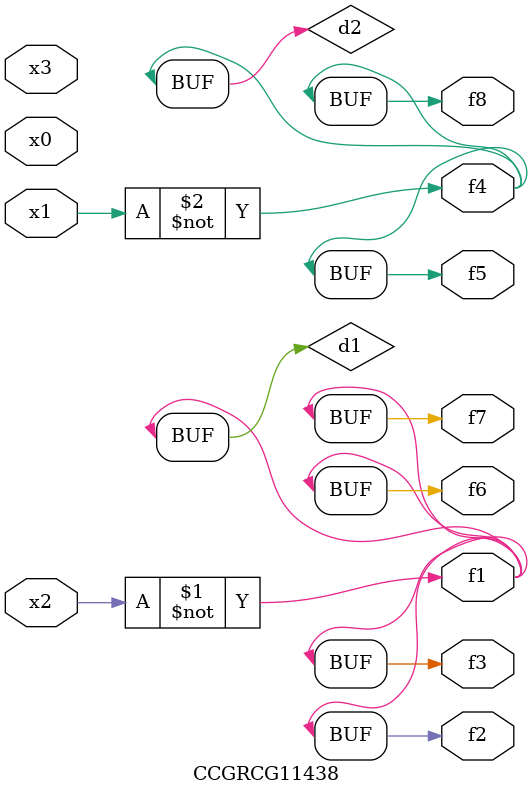
<source format=v>
module CCGRCG11438(
	input x0, x1, x2, x3,
	output f1, f2, f3, f4, f5, f6, f7, f8
);

	wire d1, d2;

	xnor (d1, x2);
	not (d2, x1);
	assign f1 = d1;
	assign f2 = d1;
	assign f3 = d1;
	assign f4 = d2;
	assign f5 = d2;
	assign f6 = d1;
	assign f7 = d1;
	assign f8 = d2;
endmodule

</source>
